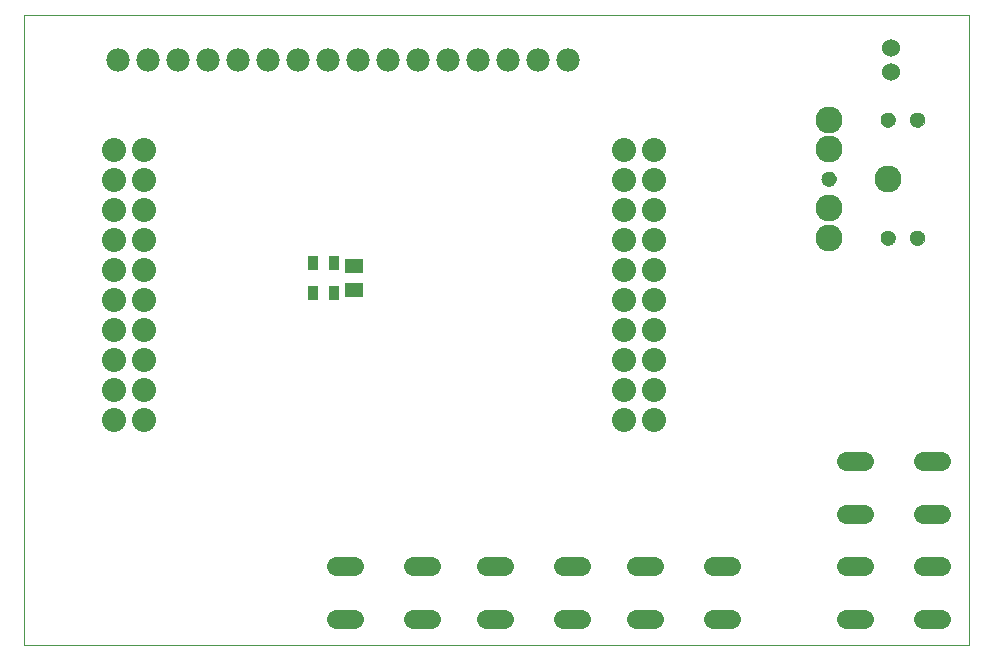
<source format=gbs>
G75*
%MOIN*%
%OFA0B0*%
%FSLAX24Y24*%
%IPPOS*%
%LPD*%
%AMOC8*
5,1,8,0,0,1.08239X$1,22.5*
%
%ADD10C,0.0000*%
%ADD11R,0.0355X0.0512*%
%ADD12C,0.0800*%
%ADD13C,0.0780*%
%ADD14C,0.0900*%
%ADD15C,0.0512*%
%ADD16R,0.0591X0.0473*%
%ADD17C,0.0640*%
%ADD18C,0.0600*%
D10*
X001443Y000680D02*
X001443Y021676D01*
X032939Y021676D01*
X032939Y000680D01*
X001443Y000680D01*
X028038Y016230D02*
X028040Y016260D01*
X028046Y016290D01*
X028055Y016319D01*
X028068Y016346D01*
X028085Y016371D01*
X028104Y016394D01*
X028127Y016415D01*
X028152Y016432D01*
X028178Y016446D01*
X028207Y016456D01*
X028236Y016463D01*
X028266Y016466D01*
X028297Y016465D01*
X028327Y016460D01*
X028356Y016451D01*
X028383Y016439D01*
X028409Y016424D01*
X028433Y016405D01*
X028454Y016383D01*
X028472Y016359D01*
X028487Y016332D01*
X028498Y016304D01*
X028506Y016275D01*
X028510Y016245D01*
X028510Y016215D01*
X028506Y016185D01*
X028498Y016156D01*
X028487Y016128D01*
X028472Y016101D01*
X028454Y016077D01*
X028433Y016055D01*
X028409Y016036D01*
X028383Y016021D01*
X028356Y016009D01*
X028327Y016000D01*
X028297Y015995D01*
X028266Y015994D01*
X028236Y015997D01*
X028207Y016004D01*
X028178Y016014D01*
X028152Y016028D01*
X028127Y016045D01*
X028104Y016066D01*
X028085Y016089D01*
X028068Y016114D01*
X028055Y016141D01*
X028046Y016170D01*
X028040Y016200D01*
X028038Y016230D01*
X030007Y018199D02*
X030009Y018229D01*
X030015Y018259D01*
X030024Y018288D01*
X030037Y018315D01*
X030054Y018340D01*
X030073Y018363D01*
X030096Y018384D01*
X030121Y018401D01*
X030147Y018415D01*
X030176Y018425D01*
X030205Y018432D01*
X030235Y018435D01*
X030266Y018434D01*
X030296Y018429D01*
X030325Y018420D01*
X030352Y018408D01*
X030378Y018393D01*
X030402Y018374D01*
X030423Y018352D01*
X030441Y018328D01*
X030456Y018301D01*
X030467Y018273D01*
X030475Y018244D01*
X030479Y018214D01*
X030479Y018184D01*
X030475Y018154D01*
X030467Y018125D01*
X030456Y018097D01*
X030441Y018070D01*
X030423Y018046D01*
X030402Y018024D01*
X030378Y018005D01*
X030352Y017990D01*
X030325Y017978D01*
X030296Y017969D01*
X030266Y017964D01*
X030235Y017963D01*
X030205Y017966D01*
X030176Y017973D01*
X030147Y017983D01*
X030121Y017997D01*
X030096Y018014D01*
X030073Y018035D01*
X030054Y018058D01*
X030037Y018083D01*
X030024Y018110D01*
X030015Y018139D01*
X030009Y018169D01*
X030007Y018199D01*
X030991Y018199D02*
X030993Y018229D01*
X030999Y018259D01*
X031008Y018288D01*
X031021Y018315D01*
X031038Y018340D01*
X031057Y018363D01*
X031080Y018384D01*
X031105Y018401D01*
X031131Y018415D01*
X031160Y018425D01*
X031189Y018432D01*
X031219Y018435D01*
X031250Y018434D01*
X031280Y018429D01*
X031309Y018420D01*
X031336Y018408D01*
X031362Y018393D01*
X031386Y018374D01*
X031407Y018352D01*
X031425Y018328D01*
X031440Y018301D01*
X031451Y018273D01*
X031459Y018244D01*
X031463Y018214D01*
X031463Y018184D01*
X031459Y018154D01*
X031451Y018125D01*
X031440Y018097D01*
X031425Y018070D01*
X031407Y018046D01*
X031386Y018024D01*
X031362Y018005D01*
X031336Y017990D01*
X031309Y017978D01*
X031280Y017969D01*
X031250Y017964D01*
X031219Y017963D01*
X031189Y017966D01*
X031160Y017973D01*
X031131Y017983D01*
X031105Y017997D01*
X031080Y018014D01*
X031057Y018035D01*
X031038Y018058D01*
X031021Y018083D01*
X031008Y018110D01*
X030999Y018139D01*
X030993Y018169D01*
X030991Y018199D01*
X030991Y014261D02*
X030993Y014291D01*
X030999Y014321D01*
X031008Y014350D01*
X031021Y014377D01*
X031038Y014402D01*
X031057Y014425D01*
X031080Y014446D01*
X031105Y014463D01*
X031131Y014477D01*
X031160Y014487D01*
X031189Y014494D01*
X031219Y014497D01*
X031250Y014496D01*
X031280Y014491D01*
X031309Y014482D01*
X031336Y014470D01*
X031362Y014455D01*
X031386Y014436D01*
X031407Y014414D01*
X031425Y014390D01*
X031440Y014363D01*
X031451Y014335D01*
X031459Y014306D01*
X031463Y014276D01*
X031463Y014246D01*
X031459Y014216D01*
X031451Y014187D01*
X031440Y014159D01*
X031425Y014132D01*
X031407Y014108D01*
X031386Y014086D01*
X031362Y014067D01*
X031336Y014052D01*
X031309Y014040D01*
X031280Y014031D01*
X031250Y014026D01*
X031219Y014025D01*
X031189Y014028D01*
X031160Y014035D01*
X031131Y014045D01*
X031105Y014059D01*
X031080Y014076D01*
X031057Y014097D01*
X031038Y014120D01*
X031021Y014145D01*
X031008Y014172D01*
X030999Y014201D01*
X030993Y014231D01*
X030991Y014261D01*
X030007Y014261D02*
X030009Y014291D01*
X030015Y014321D01*
X030024Y014350D01*
X030037Y014377D01*
X030054Y014402D01*
X030073Y014425D01*
X030096Y014446D01*
X030121Y014463D01*
X030147Y014477D01*
X030176Y014487D01*
X030205Y014494D01*
X030235Y014497D01*
X030266Y014496D01*
X030296Y014491D01*
X030325Y014482D01*
X030352Y014470D01*
X030378Y014455D01*
X030402Y014436D01*
X030423Y014414D01*
X030441Y014390D01*
X030456Y014363D01*
X030467Y014335D01*
X030475Y014306D01*
X030479Y014276D01*
X030479Y014246D01*
X030475Y014216D01*
X030467Y014187D01*
X030456Y014159D01*
X030441Y014132D01*
X030423Y014108D01*
X030402Y014086D01*
X030378Y014067D01*
X030352Y014052D01*
X030325Y014040D01*
X030296Y014031D01*
X030266Y014026D01*
X030235Y014025D01*
X030205Y014028D01*
X030176Y014035D01*
X030147Y014045D01*
X030121Y014059D01*
X030096Y014076D01*
X030073Y014097D01*
X030054Y014120D01*
X030037Y014145D01*
X030024Y014172D01*
X030015Y014201D01*
X030009Y014231D01*
X030007Y014261D01*
D11*
X011797Y013430D03*
X011089Y013430D03*
X011089Y012430D03*
X011797Y012430D03*
D12*
X005443Y012180D03*
X004443Y012180D03*
X004443Y011180D03*
X005443Y011180D03*
X005443Y010180D03*
X004443Y010180D03*
X004443Y009180D03*
X005443Y009180D03*
X005443Y008180D03*
X004443Y008180D03*
X004443Y013180D03*
X005443Y013180D03*
X005443Y014180D03*
X004443Y014180D03*
X004443Y015180D03*
X005443Y015180D03*
X005443Y016180D03*
X004443Y016180D03*
X004443Y017180D03*
X005443Y017180D03*
X021443Y017180D03*
X022443Y017180D03*
X022443Y016180D03*
X021443Y016180D03*
X021443Y015180D03*
X022443Y015180D03*
X022443Y014180D03*
X021443Y014180D03*
X021443Y013180D03*
X022443Y013180D03*
X022443Y012180D03*
X021443Y012180D03*
X021443Y011180D03*
X022443Y011180D03*
X022443Y010180D03*
X021443Y010180D03*
X021443Y009180D03*
X022443Y009180D03*
X022443Y008180D03*
X021443Y008180D03*
D13*
X019592Y020180D03*
X018592Y020180D03*
X017592Y020180D03*
X016592Y020180D03*
X015592Y020180D03*
X014592Y020180D03*
X013592Y020180D03*
X012592Y020180D03*
X011592Y020180D03*
X010592Y020180D03*
X009592Y020180D03*
X008592Y020180D03*
X007592Y020180D03*
X006592Y020180D03*
X005592Y020180D03*
X004592Y020180D03*
D14*
X028274Y018199D03*
X028274Y017214D03*
X030243Y016230D03*
X028274Y015246D03*
X028274Y014261D03*
D15*
X030243Y014261D03*
X031227Y014261D03*
X028274Y016230D03*
X030243Y018199D03*
X031227Y018199D03*
D16*
X012443Y013324D03*
X012443Y012536D03*
D17*
X012463Y003320D02*
X011863Y003320D01*
X014423Y003320D02*
X015023Y003320D01*
X016863Y003320D02*
X017463Y003320D01*
X019423Y003320D02*
X020023Y003320D01*
X021863Y003320D02*
X022463Y003320D01*
X024423Y003320D02*
X025023Y003320D01*
X025023Y001540D02*
X024423Y001540D01*
X022463Y001540D02*
X021863Y001540D01*
X020023Y001540D02*
X019423Y001540D01*
X017463Y001540D02*
X016863Y001540D01*
X015023Y001540D02*
X014423Y001540D01*
X012463Y001540D02*
X011863Y001540D01*
X028863Y001540D02*
X029463Y001540D01*
X031423Y001540D02*
X032023Y001540D01*
X032023Y003320D02*
X031423Y003320D01*
X029463Y003320D02*
X028863Y003320D01*
X028863Y005040D02*
X029463Y005040D01*
X031423Y005040D02*
X032023Y005040D01*
X032023Y006820D02*
X031423Y006820D01*
X029463Y006820D02*
X028863Y006820D01*
D18*
X030343Y019786D03*
X030343Y020574D03*
M02*

</source>
